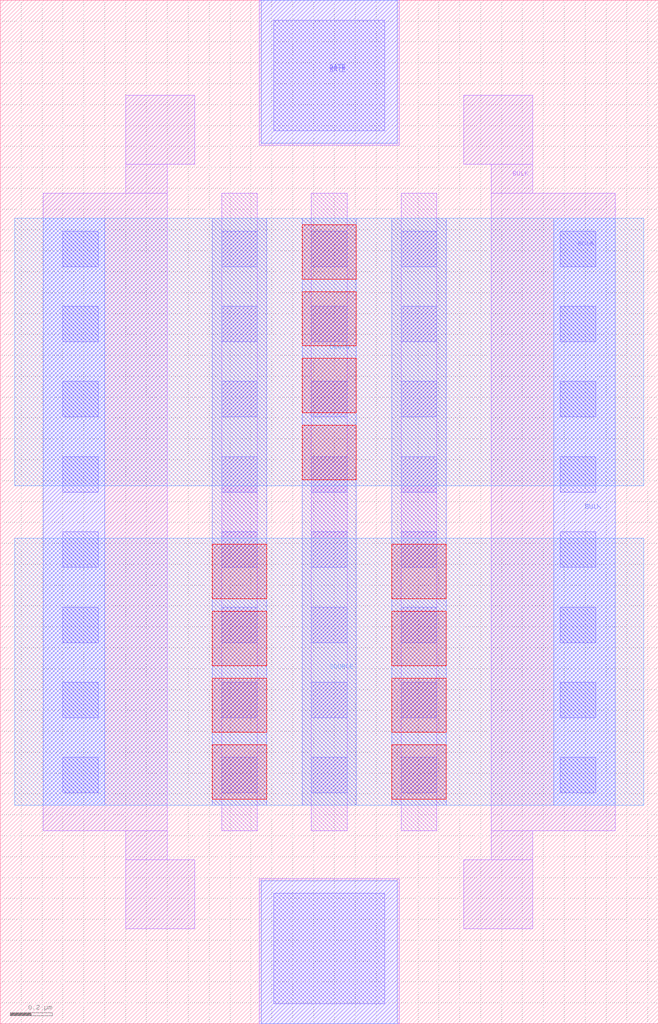
<source format=lef>
# Copyright 2020 The SkyWater PDK Authors
#
# Licensed under the Apache License, Version 2.0 (the "License");
# you may not use this file except in compliance with the License.
# You may obtain a copy of the License at
#
#     https://www.apache.org/licenses/LICENSE-2.0
#
# Unless required by applicable law or agreed to in writing, software
# distributed under the License is distributed on an "AS IS" BASIS,
# WITHOUT WARRANTIES OR CONDITIONS OF ANY KIND, either express or implied.
# See the License for the specific language governing permissions and
# limitations under the License.
#
# SPDX-License-Identifier: Apache-2.0

VERSION 5.7 ;
  NOWIREEXTENSIONATPIN ON ;
  DIVIDERCHAR "/" ;
  BUSBITCHARS "[]" ;
MACRO sky130_fd_pr__rf_pfet_01v8_bM02W3p00L0p15
  CLASS BLOCK ;
  FOREIGN sky130_fd_pr__rf_pfet_01v8_bM02W3p00L0p15 ;
  ORIGIN  0.000000  0.000000 ;
  SIZE  3.150000 BY  4.900000 ;
  PIN BULK
    ANTENNADIFFAREA  3.913000 ;
    ANTENNAGATEAREA  0.903000 ;
    PORT
      LAYER li1 ;
        RECT 0.205000 0.925000 0.800000 3.975000 ;
        RECT 0.600000 0.455000 0.930000 0.785000 ;
        RECT 0.600000 0.785000 0.800000 0.925000 ;
        RECT 0.600000 3.975000 0.800000 4.115000 ;
        RECT 0.600000 4.115000 0.930000 4.445000 ;
        RECT 2.220000 0.455000 2.550000 0.785000 ;
        RECT 2.220000 4.115000 2.550000 4.445000 ;
        RECT 2.350000 0.785000 2.550000 0.925000 ;
        RECT 2.350000 0.925000 2.945000 3.975000 ;
        RECT 2.350000 3.975000 2.550000 4.115000 ;
      LAYER mcon ;
        RECT 0.300000 1.105000 0.470000 1.275000 ;
        RECT 0.300000 1.465000 0.470000 1.635000 ;
        RECT 0.300000 1.825000 0.470000 1.995000 ;
        RECT 0.300000 2.185000 0.470000 2.355000 ;
        RECT 0.300000 2.545000 0.470000 2.715000 ;
        RECT 0.300000 2.905000 0.470000 3.075000 ;
        RECT 0.300000 3.265000 0.470000 3.435000 ;
        RECT 0.300000 3.625000 0.470000 3.795000 ;
        RECT 2.680000 1.105000 2.850000 1.275000 ;
        RECT 2.680000 1.465000 2.850000 1.635000 ;
        RECT 2.680000 1.825000 2.850000 1.995000 ;
        RECT 2.680000 2.185000 2.850000 2.355000 ;
        RECT 2.680000 2.545000 2.850000 2.715000 ;
        RECT 2.680000 2.905000 2.850000 3.075000 ;
        RECT 2.680000 3.265000 2.850000 3.435000 ;
        RECT 2.680000 3.625000 2.850000 3.795000 ;
    END
    PORT
      LAYER met1 ;
        RECT 0.205000 1.045000 0.500000 3.855000 ;
        RECT 2.650000 1.045000 2.945000 3.855000 ;
    END
  END BULK
  PIN DRAIN
    ANTENNADIFFAREA  0.842800 ;
    PORT
      LAYER met2 ;
        RECT 0.070000 2.575000 3.080000 3.855000 ;
    END
  END DRAIN
  PIN GATE
    ANTENNAGATEAREA  0.903000 ;
    PORT
      LAYER li1 ;
        RECT 1.240000 0.000000 1.910000 0.695000 ;
        RECT 1.240000 4.205000 1.910000 4.900000 ;
      LAYER mcon ;
        RECT 1.310000 0.095000 1.840000 0.625000 ;
        RECT 1.310000 4.275000 1.840000 4.805000 ;
    END
    PORT
      LAYER met1 ;
        RECT 1.250000 0.000000 1.900000 0.685000 ;
        RECT 1.250000 4.215000 1.900000 4.900000 ;
    END
  END GATE
  PIN SOURCE
    ANTENNADIFFAREA  1.685600 ;
    PORT
      LAYER met2 ;
        RECT 0.070000 1.045000 3.080000 2.325000 ;
    END
  END SOURCE
  OBS
    LAYER li1 ;
      RECT 1.060000 0.925000 1.230000 3.975000 ;
      RECT 1.490000 0.925000 1.660000 3.975000 ;
      RECT 1.920000 0.925000 2.090000 3.975000 ;
    LAYER mcon ;
      RECT 1.060000 1.105000 1.230000 1.275000 ;
      RECT 1.060000 1.465000 1.230000 1.635000 ;
      RECT 1.060000 1.825000 1.230000 1.995000 ;
      RECT 1.060000 2.185000 1.230000 2.355000 ;
      RECT 1.060000 2.545000 1.230000 2.715000 ;
      RECT 1.060000 2.905000 1.230000 3.075000 ;
      RECT 1.060000 3.265000 1.230000 3.435000 ;
      RECT 1.060000 3.625000 1.230000 3.795000 ;
      RECT 1.490000 1.105000 1.660000 1.275000 ;
      RECT 1.490000 1.465000 1.660000 1.635000 ;
      RECT 1.490000 1.825000 1.660000 1.995000 ;
      RECT 1.490000 2.185000 1.660000 2.355000 ;
      RECT 1.490000 2.545000 1.660000 2.715000 ;
      RECT 1.490000 2.905000 1.660000 3.075000 ;
      RECT 1.490000 3.265000 1.660000 3.435000 ;
      RECT 1.490000 3.625000 1.660000 3.795000 ;
      RECT 1.920000 1.105000 2.090000 1.275000 ;
      RECT 1.920000 1.465000 2.090000 1.635000 ;
      RECT 1.920000 1.825000 2.090000 1.995000 ;
      RECT 1.920000 2.185000 2.090000 2.355000 ;
      RECT 1.920000 2.545000 2.090000 2.715000 ;
      RECT 1.920000 2.905000 2.090000 3.075000 ;
      RECT 1.920000 3.265000 2.090000 3.435000 ;
      RECT 1.920000 3.625000 2.090000 3.795000 ;
    LAYER met1 ;
      RECT 1.015000 1.045000 1.275000 3.855000 ;
      RECT 1.445000 1.045000 1.705000 3.855000 ;
      RECT 1.875000 1.045000 2.135000 3.855000 ;
    LAYER via ;
      RECT 1.015000 1.075000 1.275000 1.335000 ;
      RECT 1.015000 1.395000 1.275000 1.655000 ;
      RECT 1.015000 1.715000 1.275000 1.975000 ;
      RECT 1.015000 2.035000 1.275000 2.295000 ;
      RECT 1.445000 2.605000 1.705000 2.865000 ;
      RECT 1.445000 2.925000 1.705000 3.185000 ;
      RECT 1.445000 3.245000 1.705000 3.505000 ;
      RECT 1.445000 3.565000 1.705000 3.825000 ;
      RECT 1.875000 1.075000 2.135000 1.335000 ;
      RECT 1.875000 1.395000 2.135000 1.655000 ;
      RECT 1.875000 1.715000 2.135000 1.975000 ;
      RECT 1.875000 2.035000 2.135000 2.295000 ;
  END
END sky130_fd_pr__rf_pfet_01v8_bM02W3p00L0p15
END LIBRARY

</source>
